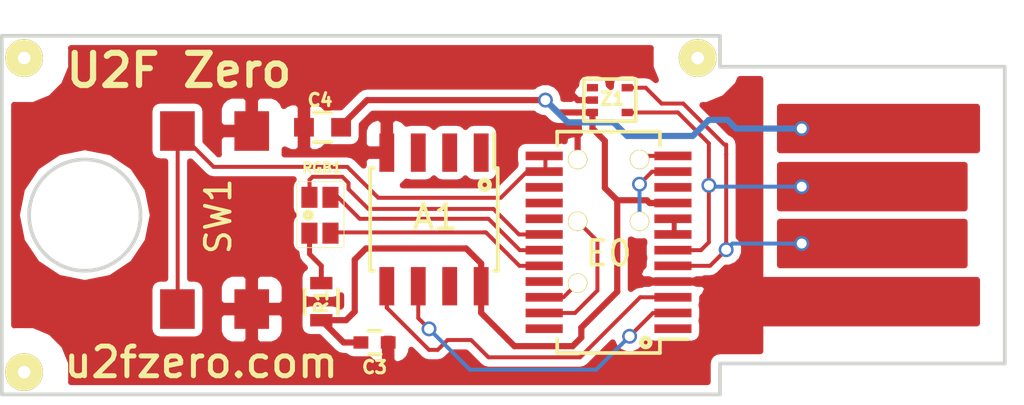
<source format=kicad_pcb>
(kicad_pcb (version 4) (host pcbnew 4.0.2-4+6225~38~ubuntu14.04.1-stable)

  (general
    (links 28)
    (no_connects 0)
    (area 35.070238 27.125 76.550001 44.075)
    (thickness 2)
    (drawings 35)
    (tracks 141)
    (zones 0)
    (modules 16)
    (nets 29)
  )

  (page User 101.6 101.6)
  (layers
    (0 F.Cu signal)
    (31 B.Cu signal)
    (32 B.Adhes user)
    (33 F.Adhes user)
    (34 B.Paste user)
    (35 F.Paste user)
    (36 B.SilkS user)
    (37 F.SilkS user)
    (38 B.Mask user)
    (39 F.Mask user)
    (40 Dwgs.User user)
    (41 Cmts.User user)
    (42 Eco1.User user)
    (43 Eco2.User user)
    (44 Edge.Cuts user)
    (45 Margin user)
    (46 B.CrtYd user)
    (47 F.CrtYd user)
    (48 B.Fab user)
    (49 F.Fab user)
  )

  (setup
    (last_trace_width 0.16)
    (user_trace_width 0.16)
    (user_trace_width 0.2)
    (trace_clearance 0.2)
    (zone_clearance 0.3)
    (zone_45_only no)
    (trace_min 0.15)
    (segment_width 0.2)
    (edge_width 0.15)
    (via_size 0.6)
    (via_drill 0.4)
    (via_min_size 0.4)
    (via_min_drill 0.3)
    (uvia_size 0.3)
    (uvia_drill 0.1)
    (uvias_allowed no)
    (uvia_min_size 0.2)
    (uvia_min_drill 0.1)
    (pcb_text_width 0.3)
    (pcb_text_size 1.5 1.5)
    (mod_edge_width 0.15)
    (mod_text_size 1 1)
    (mod_text_width 0.15)
    (pad_size 1.524 1.524)
    (pad_drill 0.508)
    (pad_to_mask_clearance 0.1)
    (pad_to_paste_clearance -0.003)
    (aux_axis_origin 36.15 42.6)
    (grid_origin 36.15 42.6)
    (visible_elements 7FFEFF3F)
    (pcbplotparams
      (layerselection 0x010f0_80000001)
      (usegerberextensions false)
      (excludeedgelayer true)
      (linewidth 0.100000)
      (plotframeref false)
      (viasonmask false)
      (mode 1)
      (useauxorigin false)
      (hpglpennumber 1)
      (hpglpenspeed 20)
      (hpglpendiameter 15)
      (hpglpenoverlay 2)
      (psnegative false)
      (psa4output false)
      (plotreference true)
      (plotvalue true)
      (plotinvisibletext false)
      (padsonsilk false)
      (subtractmaskfromsilk false)
      (outputformat 1)
      (mirror false)
      (drillshape 0)
      (scaleselection 1)
      (outputdirectory gerbers/))
  )

  (net 0 "")
  (net 1 /+5V)
  (net 2 "Net-(A1-Pad7)")
  (net 3 "Net-(A1-Pad6)")
  (net 4 "Net-(A1-Pad5)")
  (net 5 GND)
  (net 6 "Net-(A1-Pad3)")
  (net 7 "Net-(A1-Pad2)")
  (net 8 "Net-(A1-Pad1)")
  (net 9 /HD+)
  (net 10 /HD-)
  (net 11 "Net-(R1-Pad2)")
  (net 12 "Net-(Z1-Pad1)")
  (net 13 /C2CK)
  (net 14 /C2D)
  (net 15 /RX)
  (net 16 /TX)
  (net 17 "Net-(E0-Pad1)")
  (net 18 "Net-(E0-Pad10)")
  (net 19 "Net-(E0-Pad13)")
  (net 20 "Net-(E0-Pad15)")
  (net 21 "Net-(E0-Pad16)")
  (net 22 "Net-(E0-Pad17)")
  (net 23 "Net-(E0-Pad18)")
  (net 24 "Net-(E0-Pad19)")
  (net 25 "Net-(E0-Pad20)")
  (net 26 "Net-(E0-Pad21)")
  (net 27 "Net-(E0-Pad24)")
  (net 28 "Net-(E0-Pad7)")

  (net_class Default "This is the default net class."
    (clearance 0.2)
    (trace_width 0.25)
    (via_dia 0.6)
    (via_drill 0.4)
    (uvia_dia 0.3)
    (uvia_drill 0.1)
    (add_net /+5V)
    (add_net /C2CK)
    (add_net /C2D)
    (add_net /HD+)
    (add_net /HD-)
    (add_net /RX)
    (add_net /TX)
    (add_net GND)
    (add_net "Net-(A1-Pad1)")
    (add_net "Net-(A1-Pad2)")
    (add_net "Net-(A1-Pad3)")
    (add_net "Net-(A1-Pad5)")
    (add_net "Net-(A1-Pad6)")
    (add_net "Net-(A1-Pad7)")
    (add_net "Net-(E0-Pad1)")
    (add_net "Net-(E0-Pad10)")
    (add_net "Net-(E0-Pad13)")
    (add_net "Net-(E0-Pad15)")
    (add_net "Net-(E0-Pad16)")
    (add_net "Net-(E0-Pad17)")
    (add_net "Net-(E0-Pad18)")
    (add_net "Net-(E0-Pad19)")
    (add_net "Net-(E0-Pad20)")
    (add_net "Net-(E0-Pad21)")
    (add_net "Net-(E0-Pad24)")
    (add_net "Net-(E0-Pad7)")
    (add_net "Net-(R1-Pad2)")
    (add_net "Net-(Z1-Pad1)")
  )

  (net_class small ""
    (clearance 0.2)
    (trace_width 0.15)
    (via_dia 0.6)
    (via_drill 0.4)
    (uvia_dia 0.3)
    (uvia_drill 0.1)
  )

  (module Capacitors_SMD:C_0402 (layer F.Cu) (tedit 5705CECD) (tstamp 5686DC1D)
    (at 50.3 41.4)
    (descr "Capacitor SMD 0402, reflow soldering, AVX (see smccp.pdf)")
    (tags "capacitor 0402")
    (path /56857DEB)
    (attr smd)
    (fp_text reference C3 (at 0 1) (layer F.SilkS)
      (effects (font (size 0.5 0.5) (thickness 0.125)))
    )
    (fp_text value 0.1uF (at 0 1.7) (layer F.Fab)
      (effects (font (size 1 1) (thickness 0.15)))
    )
    (fp_line (start -1.15 -0.6) (end 1.15 -0.6) (layer F.CrtYd) (width 0.05))
    (fp_line (start -1.15 0.6) (end 1.15 0.6) (layer F.CrtYd) (width 0.05))
    (fp_line (start -1.15 -0.6) (end -1.15 0.6) (layer F.CrtYd) (width 0.05))
    (fp_line (start 1.15 -0.6) (end 1.15 0.6) (layer F.CrtYd) (width 0.05))
    (fp_line (start 0.25 -0.475) (end -0.25 -0.475) (layer F.SilkS) (width 0.15))
    (fp_line (start -0.25 0.475) (end 0.25 0.475) (layer F.SilkS) (width 0.15))
    (pad 1 smd rect (at -0.55 0) (size 0.6 0.5) (layers F.Cu F.Paste F.Mask)
      (net 1 /+5V))
    (pad 2 smd rect (at 0.55 0) (size 0.6 0.5) (layers F.Cu F.Paste F.Mask)
      (net 5 GND))
    (model Capacitors_SMD.3dshapes/C_0402.wrl
      (at (xyz 0 0 0))
      (scale (xyz 1 1 1))
      (rotate (xyz 0 0 0))
    )
  )

  (module Capacitors_SMD:C_0603 (layer F.Cu) (tedit 5705CECA) (tstamp 5686DC23)
    (at 48.2 32.7)
    (descr "Capacitor SMD 0603, reflow soldering, AVX (see smccp.pdf)")
    (tags "capacitor 0603")
    (path /56857E44)
    (attr smd)
    (fp_text reference C4 (at -0.1 -1.1) (layer F.SilkS)
      (effects (font (size 0.5 0.5) (thickness 0.125)))
    )
    (fp_text value 4.7uF (at 0 1.9) (layer F.Fab)
      (effects (font (size 1 1) (thickness 0.15)))
    )
    (fp_line (start -1.45 -0.75) (end 1.45 -0.75) (layer F.CrtYd) (width 0.05))
    (fp_line (start -1.45 0.75) (end 1.45 0.75) (layer F.CrtYd) (width 0.05))
    (fp_line (start -1.45 -0.75) (end -1.45 0.75) (layer F.CrtYd) (width 0.05))
    (fp_line (start 1.45 -0.75) (end 1.45 0.75) (layer F.CrtYd) (width 0.05))
    (fp_line (start -0.35 -0.6) (end 0.35 -0.6) (layer F.SilkS) (width 0.15))
    (fp_line (start 0.35 0.6) (end -0.35 0.6) (layer F.SilkS) (width 0.15))
    (pad 1 smd rect (at -0.75 0) (size 0.8 0.75) (layers F.Cu F.Paste F.Mask)
      (net 5 GND))
    (pad 2 smd rect (at 0.75 0) (size 0.8 0.75) (layers F.Cu F.Paste F.Mask)
      (net 1 /+5V))
    (model Capacitors_SMD.3dshapes/C_0603.wrl
      (at (xyz 0 0 0))
      (scale (xyz 1 1 1))
      (rotate (xyz 0 0 0))
    )
  )

  (module Resistors_SMD:R_0603 (layer F.Cu) (tedit 5705BCA1) (tstamp 5686DC42)
    (at 48.15 39.75 90)
    (descr "Resistor SMD 0603, reflow soldering, Vishay (see dcrcw.pdf)")
    (tags "resistor 0603")
    (path /56857B9B)
    (attr smd)
    (fp_text reference R1 (at 0 0 270) (layer F.SilkS)
      (effects (font (size 0.5 0.5) (thickness 0.125)))
    )
    (fp_text value 100 (at 0 1.9 90) (layer F.Fab)
      (effects (font (size 1 1) (thickness 0.15)))
    )
    (fp_line (start -1.3 -0.8) (end 1.3 -0.8) (layer F.CrtYd) (width 0.05))
    (fp_line (start -1.3 0.8) (end 1.3 0.8) (layer F.CrtYd) (width 0.05))
    (fp_line (start -1.3 -0.8) (end -1.3 0.8) (layer F.CrtYd) (width 0.05))
    (fp_line (start 1.3 -0.8) (end 1.3 0.8) (layer F.CrtYd) (width 0.05))
    (fp_line (start 0.5 0.675) (end -0.5 0.675) (layer F.SilkS) (width 0.15))
    (fp_line (start -0.5 -0.675) (end 0.5 -0.675) (layer F.SilkS) (width 0.15))
    (pad 1 smd rect (at -0.75 0 90) (size 0.5 0.9) (layers F.Cu F.Paste F.Mask)
      (net 1 /+5V))
    (pad 2 smd rect (at 0.75 0 90) (size 0.5 0.9) (layers F.Cu F.Paste F.Mask)
      (net 11 "Net-(R1-Pad2)"))
    (model Resistors_SMD.3dshapes/R_0603.wrl
      (at (xyz 0 0 0))
      (scale (xyz 1 1 1))
      (rotate (xyz 0 0 0))
    )
  )

  (module TO_SOT_Packages_SMD:SOT-553 (layer F.Cu) (tedit 5705CEBA) (tstamp 5686DC5B)
    (at 59.8 31.6)
    (descr SOT553)
    (path /56857EAF)
    (attr smd)
    (fp_text reference Z1 (at 0.1 -0.05) (layer F.SilkS)
      (effects (font (size 0.5 0.5) (thickness 0.125)))
    )
    (fp_text value DF5A5.6JE (at 0 1.34874) (layer F.Fab)
      (effects (font (size 1 1) (thickness 0.15)))
    )
    (fp_line (start -1.04902 -0.8509) (end 1.04902 -0.8509) (layer F.SilkS) (width 0.15))
    (fp_line (start 1.04902 -0.8509) (end 1.04902 0.8509) (layer F.SilkS) (width 0.15))
    (fp_line (start 1.04902 0.8509) (end -1.04902 0.8509) (layer F.SilkS) (width 0.15))
    (fp_line (start -1.04902 0.8509) (end -1.04902 -0.8509) (layer F.SilkS) (width 0.15))
    (pad 1 smd rect (at -0.70104 -0.50038) (size 0.44958 0.29972) (layers F.Cu F.Paste F.Mask)
      (net 12 "Net-(Z1-Pad1)"))
    (pad 3 smd rect (at -0.70104 0.50038) (size 0.44958 0.29972) (layers F.Cu F.Paste F.Mask)
      (net 1 /+5V))
    (pad 5 smd rect (at 0.70104 -0.50038) (size 0.44958 0.29972) (layers F.Cu F.Paste F.Mask)
      (net 9 /HD+))
    (pad 2 smd rect (at -0.70104 0) (size 0.44958 0.29972) (layers F.Cu F.Paste F.Mask)
      (net 5 GND))
    (pad 4 smd rect (at 0.70104 0.50038) (size 0.44958 0.29972) (layers F.Cu F.Paste F.Mask)
      (net 10 /HD-))
    (model TO_SOT_Packages_SMD.3dshapes/SOT-553.wrl
      (at (xyz 0 0 0))
      (scale (xyz 0.77 0.65 0.7))
      (rotate (xyz 0 0 90))
    )
  )

  (module Housings_SOIC:SOIC-8_3.9x4.9mm_Pitch1.27mm (layer F.Cu) (tedit 5705BD2C) (tstamp 5705B9E7)
    (at 52.7 36.425 270)
    (descr "8-Lead Plastic Small Outline (SN) - Narrow, 3.90 mm Body [SOIC] (see Microchip Packaging Specification 00000049BS.pdf)")
    (tags "SOIC 1.27")
    (path /56857313)
    (attr smd)
    (fp_text reference A1 (at -0.1 -0.05 360) (layer F.SilkS)
      (effects (font (size 1 1) (thickness 0.15)))
    )
    (fp_text value ATECC508A (at 0 3.5 270) (layer F.Fab)
      (effects (font (size 1 1) (thickness 0.15)))
    )
    (fp_line (start -3.75 -2.75) (end -3.75 2.75) (layer F.CrtYd) (width 0.05))
    (fp_line (start 3.75 -2.75) (end 3.75 2.75) (layer F.CrtYd) (width 0.05))
    (fp_line (start -3.75 -2.75) (end 3.75 -2.75) (layer F.CrtYd) (width 0.05))
    (fp_line (start -3.75 2.75) (end 3.75 2.75) (layer F.CrtYd) (width 0.05))
    (fp_line (start -2.075 -2.575) (end -2.075 -2.43) (layer F.SilkS) (width 0.15))
    (fp_line (start 2.075 -2.575) (end 2.075 -2.43) (layer F.SilkS) (width 0.15))
    (fp_line (start 2.075 2.575) (end 2.075 2.43) (layer F.SilkS) (width 0.15))
    (fp_line (start -2.075 2.575) (end -2.075 2.43) (layer F.SilkS) (width 0.15))
    (fp_line (start -2.075 -2.575) (end 2.075 -2.575) (layer F.SilkS) (width 0.15))
    (fp_line (start -2.075 2.575) (end 2.075 2.575) (layer F.SilkS) (width 0.15))
    (fp_line (start -2.075 -2.43) (end -3.475 -2.43) (layer F.SilkS) (width 0.15))
    (pad 1 smd rect (at -2.7 -1.905 270) (size 1.55 0.6) (layers F.Cu F.Paste F.Mask)
      (net 8 "Net-(A1-Pad1)"))
    (pad 2 smd rect (at -2.7 -0.635 270) (size 1.55 0.6) (layers F.Cu F.Paste F.Mask)
      (net 7 "Net-(A1-Pad2)"))
    (pad 3 smd rect (at -2.7 0.635 270) (size 1.55 0.6) (layers F.Cu F.Paste F.Mask)
      (net 6 "Net-(A1-Pad3)"))
    (pad 4 smd rect (at -2.7 1.905 270) (size 1.55 0.6) (layers F.Cu F.Paste F.Mask)
      (net 5 GND))
    (pad 5 smd rect (at 2.7 1.905 270) (size 1.55 0.6) (layers F.Cu F.Paste F.Mask)
      (net 4 "Net-(A1-Pad5)"))
    (pad 6 smd rect (at 2.7 0.635 270) (size 1.55 0.6) (layers F.Cu F.Paste F.Mask)
      (net 3 "Net-(A1-Pad6)"))
    (pad 7 smd rect (at 2.7 -0.635 270) (size 1.55 0.6) (layers F.Cu F.Paste F.Mask)
      (net 2 "Net-(A1-Pad7)"))
    (pad 8 smd rect (at 2.7 -1.905 270) (size 1.55 0.6) (layers F.Cu F.Paste F.Mask)
      (net 1 /+5V))
    (model Housings_SOIC.3dshapes/SOIC-8_3.9x4.9mm_Pitch1.27mm.wrl
      (at (xyz 0 0 0))
      (scale (xyz 1 1 1))
      (rotate (xyz 0 0 0))
    )
  )

  (module footprints:debug (layer F.Cu) (tedit 5705CE93) (tstamp 5705B9EC)
    (at 61 36.5)
    (path /56A3F8D6)
    (fp_text reference C2CK1 (at 0.63 -1.5) (layer F.SilkS) hide
      (effects (font (size 1 1) (thickness 0.15)))
    )
    (fp_text value debug-pin (at 1.75 1.25) (layer F.Fab)
      (effects (font (size 1 1) (thickness 0.15)))
    )
    (pad 1 thru_hole circle (at 0 0) (size 0.78 0.78) (drill 0.7) (layers *.Cu *.Mask F.SilkS)
      (net 13 /C2CK))
  )

  (module footprints:debug (layer F.Cu) (tedit 5705CE8B) (tstamp 5705B9F1)
    (at 61 34)
    (path /56A3F90D)
    (fp_text reference C2D1 (at 0.7 -5.75) (layer F.SilkS) hide
      (effects (font (size 1 1) (thickness 0.15)))
    )
    (fp_text value debug-pin (at 1.75 1.25) (layer F.Fab)
      (effects (font (size 1 1) (thickness 0.15)))
    )
    (pad 1 thru_hole circle (at 0 0) (size 0.78 0.78) (drill 0.7) (layers *.Cu *.Mask F.SilkS)
      (net 14 /C2D))
  )

  (module footprints:debug (layer F.Cu) (tedit 5705CE9A) (tstamp 5705BA1D)
    (at 58.5 39)
    (path /56A3F89E)
    (fp_text reference RX1 (at 0.63 -1.5) (layer F.SilkS) hide
      (effects (font (size 1 1) (thickness 0.15)))
    )
    (fp_text value debug-pin (at 1.75 1.25) (layer F.Fab)
      (effects (font (size 1 1) (thickness 0.15)))
    )
    (pad 1 thru_hole circle (at 0 0) (size 0.78 0.78) (drill 0.7) (layers *.Cu *.Mask F.SilkS)
      (net 15 /RX))
  )

  (module footprints:debug (layer F.Cu) (tedit 5705CE9E) (tstamp 5705BA22)
    (at 58.5 36.5)
    (path /56A3F7EB)
    (fp_text reference TX1 (at 0.63 -1.5) (layer F.SilkS) hide
      (effects (font (size 1 1) (thickness 0.15)))
    )
    (fp_text value debug-pin (at 1.75 1.25) (layer F.Fab)
      (effects (font (size 1 1) (thickness 0.15)))
    )
    (pad 1 thru_hole circle (at 0 0) (size 0.78 0.78) (drill 0.7) (layers *.Cu *.Mask F.SilkS)
      (net 16 /TX))
  )

  (module footprints:debug (layer F.Cu) (tedit 5705D08F) (tstamp 5705D0B1)
    (at 58.5 34)
    (path /570602D3)
    (fp_text reference GND1 (at 0.63 -1.5) (layer F.SilkS) hide
      (effects (font (size 1 1) (thickness 0.15)))
    )
    (fp_text value debug-pin (at 1.75 1.25) (layer F.Fab)
      (effects (font (size 1 1) (thickness 0.15)))
    )
    (pad 1 thru_hole circle (at 0 0) (size 0.78 0.78) (drill 0.7) (layers *.Cu *.Mask F.SilkS)
      (net 5 GND))
  )

  (module footprints:QSOP-24_3.9x8.7mm_Pitch0.635mm_fat (layer F.Cu) (tedit 571C16FD) (tstamp 571C25E8)
    (at 59.75 37.35 180)
    (descr "SSOP24: plastic shrink small outline package; 24 leads; body width 3.9 mm; lead pitch 0.635; (see NXP SSOP-TSSOP-VSO-REFLOW.pdf and sot556-1_po.pdf)")
    (tags "SSOP 0.635")
    (path /5705BC18)
    (attr smd)
    (fp_text reference E0 (at 0 -0.45 180) (layer F.SilkS)
      (effects (font (size 1 1) (thickness 0.15)))
    )
    (fp_text value EFM8UB1_24pin (at 0 5.4 180) (layer F.Fab)
      (effects (font (size 1 1) (thickness 0.15)))
    )
    (fp_line (start -3.45 -4.65) (end -3.45 4.65) (layer F.CrtYd) (width 0.05))
    (fp_line (start 3.45 -4.65) (end 3.45 4.65) (layer F.CrtYd) (width 0.05))
    (fp_line (start -3.45 -4.65) (end 3.45 -4.65) (layer F.CrtYd) (width 0.05))
    (fp_line (start -3.45 4.65) (end 3.45 4.65) (layer F.CrtYd) (width 0.05))
    (fp_line (start -2.075 -4.475) (end -2.075 -3.9175) (layer F.SilkS) (width 0.15))
    (fp_line (start 2.075 -4.475) (end 2.075 -3.9175) (layer F.SilkS) (width 0.15))
    (fp_line (start 2.075 4.475) (end 2.075 3.9175) (layer F.SilkS) (width 0.15))
    (fp_line (start -2.075 4.475) (end -2.075 3.9175) (layer F.SilkS) (width 0.15))
    (fp_line (start -2.075 -4.475) (end 2.075 -4.475) (layer F.SilkS) (width 0.15))
    (fp_line (start -2.075 4.475) (end 2.075 4.475) (layer F.SilkS) (width 0.15))
    (fp_line (start -2.075 -3.9175) (end -3.2 -3.9175) (layer F.SilkS) (width 0.15))
    (pad 1 smd rect (at -2.6 -3.4925 180) (size 1.5 0.35) (layers F.Cu F.Paste F.Mask)
      (net 17 "Net-(E0-Pad1)"))
    (pad 2 smd rect (at -2.6 -2.8575 180) (size 1.5 0.35) (layers F.Cu F.Paste F.Mask)
      (net 3 "Net-(A1-Pad6)"))
    (pad 3 smd rect (at -2.6 -2.2225 180) (size 1.5 0.35) (layers F.Cu F.Paste F.Mask)
      (net 4 "Net-(A1-Pad5)"))
    (pad 4 smd rect (at -2.6 -1.5875 180) (size 1.5 0.35) (layers F.Cu F.Paste F.Mask)
      (net 5 GND))
    (pad 5 smd rect (at -2.6 -0.9525 180) (size 1.5 0.35) (layers F.Cu F.Paste F.Mask)
      (net 9 /HD+))
    (pad 6 smd rect (at -2.6 -0.3175 180) (size 1.5 0.35) (layers F.Cu F.Paste F.Mask)
      (net 10 /HD-))
    (pad 7 smd rect (at -2.6 0.3175 180) (size 1.5 0.35) (layers F.Cu F.Paste F.Mask)
      (net 28 "Net-(E0-Pad7)"))
    (pad 8 smd rect (at -2.6 0.9525 180) (size 1.5 0.35) (layers F.Cu F.Paste F.Mask)
      (net 28 "Net-(E0-Pad7)"))
    (pad 9 smd rect (at -2.6 1.5875 180) (size 1.5 0.35) (layers F.Cu F.Paste F.Mask)
      (net 1 /+5V))
    (pad 10 smd rect (at -2.6 2.2225 180) (size 1.5 0.35) (layers F.Cu F.Paste F.Mask)
      (net 18 "Net-(E0-Pad10)"))
    (pad 11 smd rect (at -2.6 2.8575 180) (size 1.5 0.35) (layers F.Cu F.Paste F.Mask)
      (net 13 /C2CK))
    (pad 12 smd rect (at -2.6 3.4925 180) (size 1.5 0.35) (layers F.Cu F.Paste F.Mask)
      (net 14 /C2D))
    (pad 13 smd rect (at 2.6 3.4925 180) (size 1.5 0.35) (layers F.Cu F.Paste F.Mask)
      (net 19 "Net-(E0-Pad13)"))
    (pad 14 smd rect (at 2.6 2.8575 180) (size 1.5 0.35) (layers F.Cu F.Paste F.Mask)
      (net 19 "Net-(E0-Pad13)"))
    (pad 15 smd rect (at 2.6 2.2225 180) (size 1.5 0.35) (layers F.Cu F.Paste F.Mask)
      (net 20 "Net-(E0-Pad15)"))
    (pad 16 smd rect (at 2.6 1.5875 180) (size 1.5 0.35) (layers F.Cu F.Paste F.Mask)
      (net 21 "Net-(E0-Pad16)"))
    (pad 17 smd rect (at 2.6 0.9525 180) (size 1.5 0.35) (layers F.Cu F.Paste F.Mask)
      (net 22 "Net-(E0-Pad17)"))
    (pad 18 smd rect (at 2.6 0.3175 180) (size 1.5 0.35) (layers F.Cu F.Paste F.Mask)
      (net 23 "Net-(E0-Pad18)"))
    (pad 19 smd rect (at 2.6 -0.3175 180) (size 1.5 0.35) (layers F.Cu F.Paste F.Mask)
      (net 24 "Net-(E0-Pad19)"))
    (pad 20 smd rect (at 2.6 -0.9525 180) (size 1.5 0.35) (layers F.Cu F.Paste F.Mask)
      (net 25 "Net-(E0-Pad20)"))
    (pad 21 smd rect (at 2.6 -1.5875 180) (size 1.5 0.35) (layers F.Cu F.Paste F.Mask)
      (net 26 "Net-(E0-Pad21)"))
    (pad 22 smd rect (at 2.6 -2.2225 180) (size 1.5 0.35) (layers F.Cu F.Paste F.Mask)
      (net 15 /RX))
    (pad 23 smd rect (at 2.6 -2.8575 180) (size 1.5 0.35) (layers F.Cu F.Paste F.Mask)
      (net 16 /TX))
    (pad 24 smd rect (at 2.6 -3.4925 180) (size 1.5 0.35) (layers F.Cu F.Paste F.Mask)
      (net 27 "Net-(E0-Pad24)"))
    (model Housings_SSOP.3dshapes/SSOP-24_3.9x8.7mm_Pitch0.635mm.wrl
      (at (xyz 0 0 0))
      (scale (xyz 1 1 1))
      (rotate (xyz 0 0 0))
    )
  )

  (module footprints:u2f-button (layer F.Cu) (tedit 571CDF8F) (tstamp 571CE173)
    (at 43.9 36.45 90)
    (path /5685E9F9)
    (attr smd)
    (fp_text reference SW1 (at 0.15 0.09 90) (layer F.SilkS)
      (effects (font (size 1 1) (thickness 0.15)))
    )
    (fp_text value SW_PUSH (at -0.28 3.13 90) (layer F.Fab)
      (effects (font (size 1 1) (thickness 0.15)))
    )
    (pad 1 smd rect (at -3.6 -1.56 90) (size 1.6 1.4) (layers F.Cu F.Paste F.Mask)
      (net 19 "Net-(E0-Pad13)"))
    (pad 1 smd rect (at 3.6 -1.56 90) (size 1.6 1.4) (layers F.Cu F.Paste F.Mask)
      (net 19 "Net-(E0-Pad13)"))
    (pad 2 smd rect (at 3.6 1.44 90) (size 1.6 1.4) (layers F.Cu F.Paste F.Mask)
      (net 5 GND))
    (pad 2 smd rect (at -3.6 1.44 90) (size 1.6 1.4) (layers F.Cu F.Paste F.Mask)
      (net 5 GND))
  )

  (module footprints:LED-0606 (layer F.Cu) (tedit 5686CF1E) (tstamp 571CE288)
    (at 48.1 36.25)
    (path /5686DEFD)
    (attr smd)
    (fp_text reference RGB1 (at 0.07546 -1.90872) (layer F.SilkS)
      (effects (font (size 0.4 0.4) (thickness 0.1)))
    )
    (fp_text value CA_RGB (at 0.0145 1.70824) (layer F.Fab) hide
      (effects (font (size 0.4 0.4) (thickness 0.1)))
    )
    (fp_line (start -0.938 -1.355) (end 0.967 -1.355) (layer F.SilkS) (width 0.03))
    (fp_line (start 0.967 -1.355) (end 0.967 1.312) (layer F.SilkS) (width 0.03))
    (fp_line (start 0.967 1.312) (end -0.938 1.312) (layer F.SilkS) (width 0.03))
    (fp_line (start -0.938 1.312) (end -0.938 -1.355) (layer F.SilkS) (width 0.03))
    (pad 1 smd rect (at -0.43 -0.72) (size 0.65 0.85) (layers F.Cu F.Paste F.Mask)
      (net 23 "Net-(E0-Pad18)"))
    (pad 2 smd rect (at 0.42 -0.72) (size 0.65 0.85) (layers F.Cu F.Paste F.Mask)
      (net 24 "Net-(E0-Pad19)"))
    (pad 3 smd rect (at 0.42 0.73) (size 0.65 0.85) (layers F.Cu F.Paste F.Mask)
      (net 25 "Net-(E0-Pad20)"))
    (pad 4 smd rect (at -0.43 0.73) (size 0.65 0.85) (layers F.Cu F.Paste F.Mask)
      (net 11 "Net-(R1-Pad2)"))
  )

  (module footprints:u2f-fiducial (layer F.Cu) (tedit 571CE320) (tstamp 571CE3A7)
    (at 36.15 42.6)
    (path /571C39BB)
    (fp_text reference F1 (at 0.1 -1.4) (layer F.SilkS) hide
      (effects (font (size 1 1) (thickness 0.15)))
    )
    (fp_text value u2f-fiducial (at 5.3848 -1.4986) (layer F.Fab)
      (effects (font (size 1 1) (thickness 0.15)))
    )
    (pad 1 thru_hole circle (at 0 0) (size 1.524 1.524) (drill 0.508) (layers *.Cu *.Mask F.SilkS)
      (solder_mask_margin 1.016) (clearance 1.016))
  )

  (module footprints:u2f-fiducial (layer F.Cu) (tedit 571CE320) (tstamp 571CE3AC)
    (at 36.15 29.9)
    (path /571C3A1E)
    (fp_text reference F2 (at 0.1 -1.4) (layer F.SilkS) hide
      (effects (font (size 1 1) (thickness 0.15)))
    )
    (fp_text value u2f-fiducial (at 5.3848 -1.4986) (layer F.Fab)
      (effects (font (size 1 1) (thickness 0.15)))
    )
    (pad 1 thru_hole circle (at 0 0) (size 1.524 1.524) (drill 0.508) (layers *.Cu *.Mask F.SilkS)
      (solder_mask_margin 1.016) (clearance 1.016))
  )

  (module footprints:u2f-fiducial (layer F.Cu) (tedit 571CE320) (tstamp 571CE3B1)
    (at 63.35 29.9)
    (path /571C3A85)
    (fp_text reference F3 (at 0.1 -1.4) (layer F.SilkS) hide
      (effects (font (size 1 1) (thickness 0.15)))
    )
    (fp_text value u2f-fiducial (at 5.3848 -1.4986) (layer F.Fab)
      (effects (font (size 1 1) (thickness 0.15)))
    )
    (pad 1 thru_hole circle (at 0 0) (size 1.524 1.524) (drill 0.508) (layers *.Cu *.Mask F.SilkS)
      (solder_mask_margin 1.016) (clearance 1.016))
  )

  (gr_circle (center 61.25 41.4) (end 61.375 41.275) (layer F.SilkS) (width 0.2))
  (gr_circle (center 54.75 35.025) (end 54.675 35.075) (layer F.SilkS) (width 0.2))
  (gr_circle (center 47.625 36.25) (end 47.625 36.225) (layer F.SilkS) (width 0.2))
  (gr_line (start 75.75 42.25) (end 64.25 42.25) (angle 90) (layer Edge.Cuts) (width 0.15))
  (gr_line (start 75.75 30.25) (end 64.25 30.25) (angle 90) (layer Edge.Cuts) (width 0.15))
  (gr_line (start 64.25 43.5) (end 64.25 42.25) (angle 90) (layer Edge.Cuts) (width 0.15))
  (gr_line (start 35.25 43.5) (end 64.25 43.5) (angle 90) (layer Edge.Cuts) (width 0.15))
  (gr_line (start 35.25 29) (end 35.25 43.5) (angle 90) (layer Edge.Cuts) (width 0.15))
  (gr_line (start 64.25 29) (end 35.25 29) (angle 90) (layer Edge.Cuts) (width 0.15))
  (gr_line (start 64.25 30.25) (end 64.25 29) (angle 90) (layer Edge.Cuts) (width 0.15))
  (gr_line (start 66.1 30.05) (end 66.1 42.45) (angle 90) (layer Cmts.User) (width 0.2))
  (gr_text u2fzero.com (at 43.3 42.2) (layer F.SilkS)
    (effects (font (size 1.2 1.2) (thickness 0.2)))
  )
  (gr_text "U2F Zero" (at 42.4 30.4) (layer F.SilkS)
    (effects (font (size 1.3 1.3) (thickness 0.25)))
  )
  (gr_circle (center 38.6 36.25) (end 40.85 36.25) (layer Edge.Cuts) (width 0.15))
  (gr_line (start 75.75 42.25) (end 75.75 30.25) (angle 90) (layer Edge.Cuts) (width 0.15))
  (gr_text "GND\n" (at 64.45 40.05) (layer Cmts.User)
    (effects (font (size 0.5 0.5) (thickness 0.125)))
  )
  (gr_text D+ (at 64.5 37.6) (layer Cmts.User)
    (effects (font (size 0.5 0.5) (thickness 0.125)))
  )
  (gr_text D- (at 64.35 35.35) (layer Cmts.User)
    (effects (font (size 0.5 0.5) (thickness 0.125)))
  )
  (gr_text +5v (at 64.3 33) (layer Cmts.User)
    (effects (font (size 0.5 0.5) (thickness 0.125)))
  )
  (gr_line (start 74.25 33.75) (end 74.75 33.75) (angle 90) (layer Cmts.User) (width 0.2))
  (gr_line (start 74.3 38.75) (end 66.55 38.75) (angle 90) (layer Cmts.User) (width 0.2))
  (gr_line (start 66.55 38.4) (end 74.25 38.4) (angle 90) (layer Cmts.User) (width 0.2))
  (gr_line (start 74.25 36.4) (end 66.55 36.4) (angle 90) (layer Cmts.User) (width 0.2))
  (gr_line (start 66.55 36.1) (end 74.25 36.1) (angle 90) (layer Cmts.User) (width 0.2))
  (gr_line (start 74.25 34.1) (end 66.55 34.1) (angle 90) (layer Cmts.User) (width 0.2))
  (gr_line (start 74.25 33.75) (end 66.55 33.75) (angle 90) (layer Cmts.User) (width 0.2))
  (gr_line (start 74.25 30) (end 74.25 42.5) (angle 90) (layer Cmts.User) (width 0.2))
  (gr_line (start 74.75 40.75) (end 66.55 40.75) (angle 90) (layer Cmts.User) (width 0.2))
  (gr_line (start 74.75 31.75) (end 66.55 31.75) (angle 90) (layer Cmts.User) (width 0.2))
  (gr_line (start 66.55 30) (end 66.55 42.45) (angle 90) (layer Cmts.User) (width 0.2))
  (gr_line (start 74.75 42.5) (end 74.75 30) (angle 90) (layer Cmts.User) (width 0.2))
  (gr_line (start 74.75 40.75) (end 76.05 40.75) (angle 90) (layer Cmts.User) (width 0.2))
  (gr_line (start 74.75 42.45) (end 74.75 40.7) (angle 90) (layer Cmts.User) (width 0.2))
  (gr_line (start 74.75 31.75) (end 76.45 31.75) (angle 90) (layer Cmts.User) (width 0.2))
  (gr_line (start 74.75 30) (end 74.75 31.7) (angle 90) (layer Cmts.User) (width 0.2))

  (segment (start 65.325 32.75) (end 64.9 32.75) (width 0.25) (layer B.Cu) (net 1))
  (via (at 57.2 31.6) (size 0.6) (drill 0.4) (layers F.Cu B.Cu) (net 1))
  (segment (start 58.1 32.5) (end 57.2 31.6) (width 0.25) (layer B.Cu) (net 1) (tstamp 571CEA35))
  (segment (start 59.95 32.5) (end 58.1 32.5) (width 0.25) (layer B.Cu) (net 1) (tstamp 571CEA34))
  (segment (start 60.5 33.05) (end 59.95 32.5) (width 0.25) (layer B.Cu) (net 1) (tstamp 571CEA1B))
  (segment (start 63.15 33.05) (end 60.5 33.05) (width 0.25) (layer B.Cu) (net 1) (tstamp 571CEA16))
  (segment (start 63.8 32.4) (end 63.15 33.05) (width 0.25) (layer B.Cu) (net 1) (tstamp 571CEA13))
  (segment (start 64.55 32.4) (end 63.8 32.4) (width 0.25) (layer B.Cu) (net 1) (tstamp 571CEA11))
  (segment (start 64.9 32.75) (end 64.55 32.4) (width 0.25) (layer B.Cu) (net 1) (tstamp 571CEA07))
  (segment (start 49.75 41.4) (end 49.05 41.4) (width 0.25) (layer F.Cu) (net 1))
  (segment (start 49.05 41.4) (end 48.15 40.5) (width 0.25) (layer F.Cu) (net 1) (tstamp 571C271E) (status 20))
  (segment (start 48.95 32.7) (end 48.95 32.65) (width 0.25) (layer F.Cu) (net 1))
  (segment (start 48.95 32.65) (end 50 31.6) (width 0.25) (layer F.Cu) (net 1) (tstamp 571C2719))
  (segment (start 50 31.6) (end 57.2 31.6) (width 0.25) (layer F.Cu) (net 1) (tstamp 571C271A))
  (segment (start 48.15 40.5) (end 49.15 40.5) (width 0.25) (layer F.Cu) (net 1) (status 10))
  (segment (start 54.605 38.205) (end 54.605 39.125) (width 0.25) (layer F.Cu) (net 1) (tstamp 571C2661))
  (segment (start 54 37.6) (end 54.605 38.205) (width 0.25) (layer F.Cu) (net 1) (tstamp 571C2660))
  (segment (start 49.95 37.6) (end 54 37.6) (width 0.25) (layer F.Cu) (net 1) (tstamp 571C265F))
  (segment (start 49.5 38.05) (end 49.95 37.6) (width 0.25) (layer F.Cu) (net 1) (tstamp 571C265E))
  (segment (start 49.5 40.15) (end 49.5 38.05) (width 0.25) (layer F.Cu) (net 1) (tstamp 571C265D))
  (segment (start 49.15 40.5) (end 49.5 40.15) (width 0.25) (layer F.Cu) (net 1) (tstamp 571C265C))
  (segment (start 58.65 40.8) (end 58.65 41.2) (width 0.25) (layer F.Cu) (net 1))
  (segment (start 60.1 39.35) (end 58.65 40.8) (width 0.25) (layer F.Cu) (net 1) (tstamp 5705D79E))
  (segment (start 58 41.55) (end 55.95 41.55) (width 0.25) (layer F.Cu) (net 1) (tstamp 5705D7AB))
  (segment (start 55.95 41.55) (end 54.605 40.205) (width 0.25) (layer F.Cu) (net 1) (tstamp 5705D7AD))
  (segment (start 54.605 39.125) (end 54.605 40.205) (width 0.25) (layer F.Cu) (net 1) (tstamp 5705D7AF))
  (segment (start 60.1 39.35) (end 60.1 35.65) (width 0.25) (layer F.Cu) (net 1))
  (segment (start 58.3 41.55) (end 58 41.55) (width 0.25) (layer F.Cu) (net 1) (tstamp 5705D7CB))
  (segment (start 58.65 41.2) (end 58.3 41.55) (width 0.25) (layer F.Cu) (net 1) (tstamp 5705D7C7))
  (segment (start 62.4 35.7625) (end 61.4125 35.7625) (width 0.25) (layer F.Cu) (net 1))
  (segment (start 59.6 35.15) (end 59.6 33.25) (width 0.25) (layer F.Cu) (net 1) (tstamp 5705D148))
  (segment (start 59.6 33.25) (end 59.09896 32.74896) (width 0.25) (layer F.Cu) (net 1) (tstamp 5705D149))
  (segment (start 59.09896 32.74896) (end 59.09896 32.10038) (width 0.25) (layer F.Cu) (net 1) (tstamp 5705D14A))
  (segment (start 60.1 35.65) (end 59.6 35.15) (width 0.25) (layer F.Cu) (net 1) (tstamp 5705D67D))
  (segment (start 61.3 35.65) (end 60.1 35.65) (width 0.25) (layer F.Cu) (net 1) (tstamp 5705D678))
  (segment (start 61.4125 35.7625) (end 61.3 35.65) (width 0.25) (layer F.Cu) (net 1) (tstamp 5705D676))
  (segment (start 59.09896 32.10038) (end 58.45 32.10038) (width 0.25) (layer F.Cu) (net 1))
  (segment (start 58.45 32.10038) (end 57.70038 32.10038) (width 0.25) (layer F.Cu) (net 1) (tstamp 5705CDD2))
  (segment (start 57.70038 32.10038) (end 57.2 31.6) (width 0.25) (layer F.Cu) (net 1) (tstamp 5705CD8A))
  (segment (start 67.55 32.75) (end 65.325 32.75) (width 0.25) (layer B.Cu) (net 1) (tstamp 5705CD75))
  (segment (start 65.325 32.75) (end 65.3 32.75) (width 0.25) (layer B.Cu) (net 1) (tstamp 571CEA05))
  (via (at 67.55 32.75) (size 0.6) (drill 0.4) (layers F.Cu B.Cu) (net 1))
  (segment (start 62.35 40.2075) (end 61.5425 40.2075) (width 0.16) (layer F.Cu) (net 3))
  (segment (start 52.065 40.415) (end 52.065 39.125) (width 0.16) (layer F.Cu) (net 3) (tstamp 571C26A4))
  (segment (start 52.5 40.85) (end 52.065 40.415) (width 0.16) (layer F.Cu) (net 3) (tstamp 571C26A3))
  (via (at 52.5 40.85) (size 0.6) (drill 0.4) (layers F.Cu B.Cu) (net 3))
  (segment (start 54.15 42.5) (end 52.5 40.85) (width 0.16) (layer B.Cu) (net 3) (tstamp 571C26A0))
  (segment (start 59.25 42.5) (end 54.15 42.5) (width 0.16) (layer B.Cu) (net 3) (tstamp 571C269E))
  (segment (start 60.6 41.15) (end 59.25 42.5) (width 0.16) (layer B.Cu) (net 3) (tstamp 571C269D))
  (via (at 60.6 41.15) (size 0.6) (drill 0.4) (layers F.Cu B.Cu) (net 3))
  (segment (start 61.5425 40.2075) (end 60.6 41.15) (width 0.16) (layer F.Cu) (net 3) (tstamp 571C269A))
  (segment (start 58.6 42) (end 54.9 42) (width 0.16) (layer F.Cu) (net 4))
  (segment (start 61.0275 39.5725) (end 58.6 42) (width 0.16) (layer F.Cu) (net 4) (tstamp 571C2689))
  (segment (start 62.35 39.5725) (end 61.0275 39.5725) (width 0.16) (layer F.Cu) (net 4))
  (segment (start 52.5 41.7) (end 50.795 39.995) (width 0.16) (layer F.Cu) (net 4) (tstamp 57463595))
  (segment (start 52.85 41.7) (end 52.5 41.7) (width 0.16) (layer F.Cu) (net 4) (tstamp 57463592))
  (segment (start 53.25 41.3) (end 52.85 41.7) (width 0.16) (layer F.Cu) (net 4) (tstamp 57463591))
  (segment (start 54.2 41.3) (end 53.25 41.3) (width 0.16) (layer F.Cu) (net 4) (tstamp 5746358E))
  (segment (start 54.9 42) (end 54.2 41.3) (width 0.16) (layer F.Cu) (net 4) (tstamp 5746358B))
  (segment (start 50.795 39.995) (end 50.795 39.125) (width 0.16) (layer F.Cu) (net 4) (tstamp 57463599))
  (segment (start 50.795 39.125) (end 50.795 39.995) (width 0.16) (layer F.Cu) (net 4) (tstamp 571C2708))
  (segment (start 58.5 34) (end 58.5 32.9) (width 0.25) (layer F.Cu) (net 5))
  (segment (start 58.5 32.9) (end 58.4 32.8) (width 0.25) (layer F.Cu) (net 5) (tstamp 571C2725))
  (segment (start 62.4 38.9375) (end 65.0375 38.9375) (width 0.2) (layer F.Cu) (net 5))
  (segment (start 65.85 39.75) (end 67.35 39.75) (width 0.2) (layer F.Cu) (net 5) (tstamp 5705C996))
  (segment (start 65.0375 38.9375) (end 65.85 39.75) (width 0.2) (layer F.Cu) (net 5) (tstamp 5705C988))
  (segment (start 58.5 32.9) (end 58.4 32.8) (width 0.25) (layer F.Cu) (net 5) (tstamp 5705D833))
  (segment (start 59.09896 31.6) (end 58.5 31.6) (width 0.25) (layer F.Cu) (net 5))
  (segment (start 58.5 31.6) (end 58.2 31.3) (width 0.25) (layer F.Cu) (net 5) (tstamp 5705D20A))
  (segment (start 64.5 33.4) (end 64.425 33.4) (width 0.16) (layer F.Cu) (net 9))
  (segment (start 64.5 33.8) (end 64.5 33.4) (width 0.16) (layer F.Cu) (net 9))
  (segment (start 61.24962 31.09962) (end 60.50104 31.09962) (width 0.16) (layer F.Cu) (net 9) (tstamp 571CE9A3))
  (segment (start 61.890378 31.740378) (end 61.24962 31.09962) (width 0.16) (layer F.Cu) (net 9) (tstamp 571CE9A2))
  (segment (start 62.765378 31.740378) (end 61.890378 31.740378) (width 0.16) (layer F.Cu) (net 9) (tstamp 571CE99D))
  (segment (start 64.425 33.4) (end 62.765378 31.740378) (width 0.16) (layer F.Cu) (net 9) (tstamp 571CE997))
  (via (at 64.5 37.65) (size 0.6) (drill 0.4) (layers F.Cu B.Cu) (net 9))
  (via (at 67.55 37.4) (size 0.6) (drill 0.4) (layers F.Cu B.Cu) (net 9))
  (segment (start 67.55 37.4) (end 64.75 37.4) (width 0.16) (layer B.Cu) (net 9) (tstamp 5705CC52))
  (segment (start 64.75 37.4) (end 64.5 37.65) (width 0.16) (layer B.Cu) (net 9) (tstamp 5705CC51))
  (segment (start 62.4 38.3025) (end 63.8475 38.3025) (width 0.16) (layer F.Cu) (net 9))
  (segment (start 64.5 37.65) (end 64.5 37.35) (width 0.16) (layer F.Cu) (net 9) (tstamp 5705C881))
  (segment (start 64.5 37.35) (end 64.5 33.8) (width 0.16) (layer F.Cu) (net 9) (tstamp 5705C8E6))
  (segment (start 64.5 33.8) (end 64.5 33.79858) (width 0.16) (layer F.Cu) (net 9) (tstamp 5705CC2A))
  (segment (start 63.8475 38.3025) (end 64.5 37.65) (width 0.16) (layer F.Cu) (net 9) (tstamp 5705C880))
  (segment (start 62.55038 32.10038) (end 60.50104 32.10038) (width 0.16) (layer F.Cu) (net 10) (tstamp 5705CC26))
  (segment (start 63.8 33.35) (end 62.55038 32.10038) (width 0.16) (layer F.Cu) (net 10) (tstamp 5705CC23))
  (segment (start 63.8 33.65) (end 63.8 33.35) (width 0.16) (layer F.Cu) (net 10))
  (segment (start 63.8 35.05) (end 63.8 33.65) (width 0.16) (layer F.Cu) (net 10))
  (segment (start 62.4 37.6675) (end 63.4825 37.6675) (width 0.16) (layer F.Cu) (net 10))
  (via (at 67.55 35.1) (size 0.6) (drill 0.4) (layers F.Cu B.Cu) (net 10))
  (segment (start 63.85 35.1) (end 67.55 35.1) (width 0.16) (layer B.Cu) (net 10) (tstamp 5705C898))
  (segment (start 63.8 35.05) (end 63.85 35.1) (width 0.16) (layer B.Cu) (net 10) (tstamp 5705C897))
  (via (at 63.8 35.05) (size 0.6) (drill 0.4) (layers F.Cu B.Cu) (net 10))
  (segment (start 63.8 37.35) (end 63.8 35.05) (width 0.16) (layer F.Cu) (net 10) (tstamp 5705C88C))
  (segment (start 63.4825 37.6675) (end 63.8 37.35) (width 0.16) (layer F.Cu) (net 10) (tstamp 5705C888))
  (segment (start 48.15 39) (end 48.15 38.3) (width 0.2) (layer F.Cu) (net 11) (status 10))
  (segment (start 47.675 37.825) (end 47.675 36.95) (width 0.2) (layer F.Cu) (net 11) (tstamp 571C264F) (status 20))
  (segment (start 48.15 38.3) (end 47.675 37.825) (width 0.2) (layer F.Cu) (net 11) (tstamp 571C264E))
  (segment (start 61 36.5) (end 61 35) (width 0.16) (layer B.Cu) (net 13))
  (segment (start 61.5075 34.4925) (end 62.4 34.4925) (width 0.16) (layer F.Cu) (net 13) (tstamp 5705D662))
  (segment (start 61 35) (end 61.5075 34.4925) (width 0.16) (layer F.Cu) (net 13) (tstamp 5705D661))
  (via (at 61 35) (size 0.6) (drill 0.4) (layers F.Cu B.Cu) (net 13))
  (segment (start 62.4 33.8575) (end 61.1425 33.8575) (width 0.16) (layer F.Cu) (net 14))
  (segment (start 61.1425 33.8575) (end 61 34) (width 0.16) (layer F.Cu) (net 14) (tstamp 5705D652))
  (segment (start 57.2 39.5725) (end 57.9275 39.5725) (width 0.16) (layer F.Cu) (net 15))
  (segment (start 57.9275 39.5725) (end 58.5 39) (width 0.16) (layer F.Cu) (net 15) (tstamp 5705D6DE))
  (segment (start 57.2 40.2075) (end 58.3925 40.2075) (width 0.16) (layer F.Cu) (net 16))
  (segment (start 59.3 37.3) (end 58.5 36.5) (width 0.16) (layer F.Cu) (net 16) (tstamp 5705D706))
  (segment (start 59.3 39.3) (end 59.3 37.3) (width 0.16) (layer F.Cu) (net 16) (tstamp 5705D704))
  (segment (start 58.3925 40.2075) (end 59.3 39.3) (width 0.16) (layer F.Cu) (net 16) (tstamp 5705D702))
  (segment (start 57.2 40.2075) (end 57.7925 40.2075) (width 0.16) (layer F.Cu) (net 16))
  (segment (start 42.35 40.05) (end 42.35 32.85) (width 0.16) (layer F.Cu) (net 19) (status 30))
  (segment (start 55.4 35.55) (end 50.45 35.55) (width 0.16) (layer F.Cu) (net 19))
  (segment (start 50.45 35.55) (end 49.2 34.3) (width 0.16) (layer F.Cu) (net 19) (tstamp 571C26DF))
  (segment (start 49.2 34.3) (end 43.8 34.3) (width 0.16) (layer F.Cu) (net 19) (tstamp 571C26E1))
  (segment (start 43.8 34.3) (end 42.35 32.85) (width 0.16) (layer F.Cu) (net 19) (tstamp 571C26E3) (status 20))
  (segment (start 56.4575 34.4925) (end 55.4 35.55) (width 0.16) (layer F.Cu) (net 19) (tstamp 5705C786))
  (segment (start 57.2 34.4925) (end 56.4575 34.4925) (width 0.16) (layer F.Cu) (net 19))
  (segment (start 57.2 33.8575) (end 57.2 34.4925) (width 0.16) (layer F.Cu) (net 19))
  (segment (start 55.1 36) (end 50.05 36) (width 0.16) (layer F.Cu) (net 23))
  (segment (start 55.1 36) (end 56.1325 37.0325) (width 0.16) (layer F.Cu) (net 23) (tstamp 5705C27C))
  (segment (start 57.2 37.0325) (end 56.1325 37.0325) (width 0.16) (layer F.Cu) (net 23) (tstamp 5705C27D))
  (segment (start 47.675 34.825) (end 47.675 35.5) (width 0.16) (layer F.Cu) (net 23) (tstamp 5705C77F) (status 20))
  (segment (start 47.8 34.7) (end 47.675 34.825) (width 0.16) (layer F.Cu) (net 23) (tstamp 5705C77E))
  (segment (start 49 34.7) (end 47.8 34.7) (width 0.16) (layer F.Cu) (net 23) (tstamp 5705C77C))
  (segment (start 49.25 34.95) (end 49 34.7) (width 0.16) (layer F.Cu) (net 23) (tstamp 5705C77B))
  (segment (start 49.25 35.2) (end 49.25 34.95) (width 0.16) (layer F.Cu) (net 23) (tstamp 5705C77A))
  (segment (start 50.05 36) (end 49.25 35.2) (width 0.16) (layer F.Cu) (net 23) (tstamp 5705C774))
  (segment (start 54.85 36.4) (end 49.7 36.4) (width 0.16) (layer F.Cu) (net 24))
  (segment (start 49.7 36.4) (end 48.8 35.5) (width 0.16) (layer F.Cu) (net 24) (tstamp 5705C76F) (status 20))
  (segment (start 48.8 35.5) (end 48.525 35.5) (width 0.16) (layer F.Cu) (net 24) (tstamp 5705C771) (status 30))
  (segment (start 54.85 36.4) (end 54.9 36.4) (width 0.16) (layer F.Cu) (net 24))
  (segment (start 54.85 36.4) (end 54.8 36.4) (width 0.16) (layer F.Cu) (net 24) (tstamp 5705C16B))
  (segment (start 56.1675 37.6675) (end 57.2 37.6675) (width 0.16) (layer F.Cu) (net 24) (tstamp 5705C282))
  (segment (start 54.9 36.4) (end 56.1675 37.6675) (width 0.16) (layer F.Cu) (net 24) (tstamp 5705C281))
  (segment (start 54.75 36.95) (end 54.8 36.95) (width 0.16) (layer F.Cu) (net 25))
  (segment (start 48.525 36.95) (end 54.7 36.95) (width 0.16) (layer F.Cu) (net 25) (tstamp 5705C276) (status 10))
  (segment (start 54.75 36.95) (end 54.7 36.95) (width 0.16) (layer F.Cu) (net 25) (tstamp 5705C174))
  (segment (start 56.1525 38.3025) (end 57.2 38.3025) (width 0.16) (layer F.Cu) (net 25) (tstamp 5705C287))
  (segment (start 54.8 36.95) (end 56.1525 38.3025) (width 0.16) (layer F.Cu) (net 25) (tstamp 5705C286))
  (segment (start 62.4 36.3975) (end 62.4 37.0325) (width 0.2) (layer F.Cu) (net 28) (status 30))

  (zone (net 1) (net_name /+5V) (layer F.Cu) (tstamp 568751E6) (hatch edge 0.508)
    (connect_pads (clearance 0.3))
    (min_thickness 0.254)
    (fill yes (arc_segments 16) (thermal_gap 0.508) (thermal_bridge_width 0.508))
    (polygon
      (pts
        (xy 74.75 33.75) (xy 66.55 33.75) (xy 66.55 31.75) (xy 74.75 31.75) (xy 74.75 33.75)
      )
    )
    (filled_polygon
      (pts
        (xy 74.623 33.623) (xy 66.677 33.623) (xy 66.677 31.877) (xy 74.623 31.877)
      )
    )
  )
  (zone (net 9) (net_name /HD+) (layer F.Cu) (tstamp 5687527E) (hatch edge 0.508)
    (connect_pads (clearance 0.3))
    (min_thickness 0.254)
    (fill yes (arc_segments 16) (thermal_gap 0.508) (thermal_bridge_width 0.508))
    (polygon
      (pts
        (xy 74.25 38.4) (xy 66.55 38.4) (xy 66.55 36.4) (xy 74.25 36.4) (xy 74.25 38.4)
      )
    )
    (filled_polygon
      (pts
        (xy 74.123 38.273) (xy 66.677 38.273) (xy 66.677 36.527) (xy 74.123 36.527)
      )
    )
  )
  (zone (net 0) (net_name "") (layer F.Mask) (tstamp 56884D72) (hatch edge 0.508)
    (connect_pads (clearance 0.3))
    (min_thickness 0.254)
    (fill yes (arc_segments 16) (thermal_gap 0.508) (thermal_bridge_width 0.508))
    (polygon
      (pts
        (xy 66.55 31.75) (xy 74.75 31.75) (xy 74.75 33.75) (xy 66.55 33.75)
      )
    )
    (filled_polygon
      (pts
        (xy 74.623 33.623) (xy 66.677 33.623) (xy 66.677 31.877) (xy 74.623 31.877)
      )
    )
  )
  (zone (net 0) (net_name "") (layer F.Mask) (tstamp 56884DB6) (hatch edge 0.508)
    (connect_pads (clearance 0.3))
    (min_thickness 0.254)
    (fill yes (arc_segments 16) (thermal_gap 0.508) (thermal_bridge_width 0.508))
    (polygon
      (pts
        (xy 74.25 38.4) (xy 74.25 36.4) (xy 66.55 36.4) (xy 66.55 38.4)
      )
    )
    (filled_polygon
      (pts
        (xy 74.123 38.273) (xy 66.677 38.273) (xy 66.677 36.527) (xy 74.123 36.527)
      )
    )
  )
  (zone (net 0) (net_name "") (layer F.Mask) (tstamp 56884D8C) (hatch edge 0.508)
    (connect_pads (clearance 0.3))
    (min_thickness 0.254)
    (fill yes (arc_segments 16) (thermal_gap 0.508) (thermal_bridge_width 0.508))
    (polygon
      (pts
        (xy 74.25 36.1) (xy 66.55 36.1) (xy 66.55 34.1) (xy 74.25 34.1) (xy 74.25 36.1)
      )
    )
    (filled_polygon
      (pts
        (xy 74.123 35.973) (xy 66.677 35.973) (xy 66.677 34.227) (xy 74.123 34.227)
      )
    )
  )
  (zone (net 10) (net_name /HD-) (layer F.Cu) (tstamp 56875235) (hatch edge 0.508)
    (connect_pads (clearance 0.3))
    (min_thickness 0.254)
    (fill yes (arc_segments 16) (thermal_gap 0.508) (thermal_bridge_width 0.508))
    (polygon
      (pts
        (xy 74.25 36.1) (xy 66.55 36.1) (xy 66.55 34.1) (xy 74.25 34.1) (xy 74.25 36.1)
      )
    )
    (filled_polygon
      (pts
        (xy 74.123 35.973) (xy 66.677 35.973) (xy 66.677 34.227) (xy 74.123 34.227)
      )
    )
  )
  (zone (net 0) (net_name "") (layer F.Mask) (tstamp 56EDB053) (hatch edge 0.508)
    (connect_pads (clearance 0.3))
    (min_thickness 0.254)
    (fill yes (arc_segments 16) (thermal_gap 0.508) (thermal_bridge_width 0.508))
    (polygon
      (pts
        (xy 66.55 38.75) (xy 66.55 40.75) (xy 74.75 40.75) (xy 74.75 38.75)
      )
    )
    (filled_polygon
      (pts
        (xy 74.623 40.623) (xy 66.677 40.623) (xy 66.677 38.877) (xy 74.623 38.877)
      )
    )
  )
  (zone (net 5) (net_name GND) (layer F.Cu) (tstamp 5705C9E9) (hatch edge 0.508)
    (connect_pads (clearance 0.3))
    (min_thickness 0.254)
    (fill yes (arc_segments 16) (thermal_gap 0.508) (thermal_bridge_width 0.508))
    (polygon
      (pts
        (xy 64.15 30.35) (xy 66 30.35) (xy 66 38.75) (xy 74.75 38.75) (xy 74.75 40.75)
        (xy 66 40.75) (xy 66 42.15) (xy 64.15 42.15) (xy 64.15 43.4) (xy 35.35 43.4)
        (xy 35.35 29.1) (xy 64.15 29.1) (xy 64.15 30.35)
      )
    )
    (filled_polygon
      (pts
        (xy 61.445332 29.51941) (xy 61.44467 30.277265) (xy 61.656191 30.789185) (xy 61.608123 30.741117) (xy 61.567222 30.713788)
        (xy 61.443641 30.631213) (xy 61.24962 30.59262) (xy 60.959496 30.59262) (xy 60.895211 30.548696) (xy 60.72583 30.514395)
        (xy 60.27625 30.514395) (xy 60.118013 30.544169) (xy 59.972683 30.637687) (xy 59.875186 30.780379) (xy 59.840885 30.94976)
        (xy 59.840885 31.069249) (xy 59.759115 30.98748) (xy 59.759115 30.94976) (xy 59.729341 30.791523) (xy 59.635823 30.646193)
        (xy 59.493131 30.548696) (xy 59.32375 30.514395) (xy 58.87417 30.514395) (xy 58.715933 30.544169) (xy 58.570603 30.637687)
        (xy 58.473106 30.780379) (xy 58.438805 30.94976) (xy 58.438805 30.98748) (xy 58.335843 31.090441) (xy 58.23917 31.32383)
        (xy 58.23917 31.36632) (xy 58.345848 31.472998) (xy 58.23917 31.472998) (xy 58.23917 31.54838) (xy 57.929026 31.54838)
        (xy 57.927047 31.546401) (xy 57.927126 31.456025) (xy 57.81668 31.188725) (xy 57.61235 30.984039) (xy 57.345244 30.873126)
        (xy 57.056025 30.872874) (xy 56.788725 30.98332) (xy 56.723932 31.048) (xy 50 31.048) (xy 49.788758 31.090018)
        (xy 49.609677 31.209677) (xy 48.929719 31.889635) (xy 48.55 31.889635) (xy 48.391763 31.919409) (xy 48.361749 31.938723)
        (xy 48.209698 31.786673) (xy 47.976309 31.69) (xy 47.73575 31.69) (xy 47.577 31.84875) (xy 47.577 32.573)
        (xy 47.597 32.573) (xy 47.597 32.827) (xy 47.577 32.827) (xy 47.577 33.55125) (xy 47.73575 33.71)
        (xy 47.976309 33.71) (xy 48.209698 33.613327) (xy 48.360624 33.462402) (xy 48.380619 33.476064) (xy 48.55 33.510365)
        (xy 49.35 33.510365) (xy 49.508237 33.480591) (xy 49.653567 33.387073) (xy 49.751064 33.244381) (xy 49.785365 33.075)
        (xy 49.785365 32.823691) (xy 49.86 32.823691) (xy 49.86 33.43925) (xy 50.01875 33.598) (xy 50.668 33.598)
        (xy 50.668 32.47375) (xy 50.50925 32.315) (xy 50.36869 32.315) (xy 50.135301 32.411673) (xy 49.956673 32.590302)
        (xy 49.86 32.823691) (xy 49.785365 32.823691) (xy 49.785365 32.595281) (xy 50.228646 32.152) (xy 56.7238 32.152)
        (xy 56.78765 32.215961) (xy 57.054756 32.326874) (xy 57.146308 32.326954) (xy 57.310057 32.490703) (xy 57.489138 32.610362)
        (xy 57.70038 32.65238) (xy 58.54696 32.65238) (xy 58.54696 32.74896) (xy 58.588978 32.960202) (xy 58.591469 32.96393)
        (xy 58.212288 32.995303) (xy 57.993015 33.086129) (xy 57.972771 33.261872) (xy 57.933534 33.253926) (xy 57.852579 33.172971)
        (xy 57.778415 33.247135) (xy 56.4 33.247135) (xy 56.241763 33.276909) (xy 56.096433 33.370427) (xy 55.998936 33.513119)
        (xy 55.964635 33.6825) (xy 55.964635 34.0325) (xy 55.992433 34.180233) (xy 55.977113 34.255881) (xy 55.189994 35.043)
        (xy 51.443417 35.043) (xy 51.454699 35.038327) (xy 51.593446 34.899579) (xy 51.595619 34.901064) (xy 51.765 34.935365)
        (xy 52.365 34.935365) (xy 52.523237 34.905591) (xy 52.668567 34.812073) (xy 52.699381 34.766975) (xy 52.722927 34.803567)
        (xy 52.865619 34.901064) (xy 53.035 34.935365) (xy 53.635 34.935365) (xy 53.793237 34.905591) (xy 53.938567 34.812073)
        (xy 53.969381 34.766975) (xy 53.992927 34.803567) (xy 54.135619 34.901064) (xy 54.305 34.935365) (xy 54.905 34.935365)
        (xy 55.063237 34.905591) (xy 55.208567 34.812073) (xy 55.306064 34.669381) (xy 55.340365 34.5) (xy 55.340365 32.95)
        (xy 55.310591 32.791763) (xy 55.217073 32.646433) (xy 55.074381 32.548936) (xy 54.905 32.514635) (xy 54.305 32.514635)
        (xy 54.146763 32.544409) (xy 54.001433 32.637927) (xy 53.970619 32.683025) (xy 53.947073 32.646433) (xy 53.804381 32.548936)
        (xy 53.635 32.514635) (xy 53.035 32.514635) (xy 52.876763 32.544409) (xy 52.731433 32.637927) (xy 52.700619 32.683025)
        (xy 52.677073 32.646433) (xy 52.534381 32.548936) (xy 52.365 32.514635) (xy 51.765 32.514635) (xy 51.606763 32.544409)
        (xy 51.595002 32.551977) (xy 51.454699 32.411673) (xy 51.22131 32.315) (xy 51.08075 32.315) (xy 50.922 32.47375)
        (xy 50.922 33.598) (xy 50.942 33.598) (xy 50.942 33.852) (xy 50.922 33.852) (xy 50.922 33.872)
        (xy 50.668 33.872) (xy 50.668 33.852) (xy 50.01875 33.852) (xy 49.86 34.01075) (xy 49.86 34.242994)
        (xy 49.558503 33.941497) (xy 49.520997 33.916436) (xy 49.394021 33.831593) (xy 49.2 33.793) (xy 46.668086 33.793)
        (xy 46.675 33.776309) (xy 46.675 33.598025) (xy 46.690302 33.613327) (xy 46.923691 33.71) (xy 47.16425 33.71)
        (xy 47.323 33.55125) (xy 47.323 32.827) (xy 47.303 32.827) (xy 47.303 32.573) (xy 47.323 32.573)
        (xy 47.323 31.84875) (xy 47.16425 31.69) (xy 46.923691 31.69) (xy 46.690302 31.786673) (xy 46.63935 31.837625)
        (xy 46.578327 31.690302) (xy 46.399699 31.511673) (xy 46.16631 31.415) (xy 45.62575 31.415) (xy 45.467 31.57375)
        (xy 45.467 32.723) (xy 45.487 32.723) (xy 45.487 32.977) (xy 45.467 32.977) (xy 45.467 32.997)
        (xy 45.213 32.997) (xy 45.213 32.977) (xy 44.16375 32.977) (xy 44.005 33.13575) (xy 44.005 33.776309)
        (xy 44.011914 33.793) (xy 44.010006 33.793) (xy 43.475365 33.258359) (xy 43.475365 32.05) (xy 43.451599 31.923691)
        (xy 44.005 31.923691) (xy 44.005 32.56425) (xy 44.16375 32.723) (xy 45.213 32.723) (xy 45.213 31.57375)
        (xy 45.05425 31.415) (xy 44.51369 31.415) (xy 44.280301 31.511673) (xy 44.101673 31.690302) (xy 44.005 31.923691)
        (xy 43.451599 31.923691) (xy 43.445591 31.891763) (xy 43.352073 31.746433) (xy 43.209381 31.648936) (xy 43.04 31.614635)
        (xy 41.64 31.614635) (xy 41.481763 31.644409) (xy 41.336433 31.737927) (xy 41.238936 31.880619) (xy 41.204635 32.05)
        (xy 41.204635 33.65) (xy 41.234409 33.808237) (xy 41.327927 33.953567) (xy 41.470619 34.051064) (xy 41.64 34.085365)
        (xy 41.843 34.085365) (xy 41.843 38.814635) (xy 41.64 38.814635) (xy 41.481763 38.844409) (xy 41.336433 38.937927)
        (xy 41.238936 39.080619) (xy 41.204635 39.25) (xy 41.204635 40.85) (xy 41.234409 41.008237) (xy 41.327927 41.153567)
        (xy 41.470619 41.251064) (xy 41.64 41.285365) (xy 43.04 41.285365) (xy 43.198237 41.255591) (xy 43.343567 41.162073)
        (xy 43.441064 41.019381) (xy 43.475365 40.85) (xy 43.475365 40.33575) (xy 44.005 40.33575) (xy 44.005 40.976309)
        (xy 44.101673 41.209698) (xy 44.280301 41.388327) (xy 44.51369 41.485) (xy 45.05425 41.485) (xy 45.213 41.32625)
        (xy 45.213 40.177) (xy 45.467 40.177) (xy 45.467 41.32625) (xy 45.62575 41.485) (xy 46.16631 41.485)
        (xy 46.399699 41.388327) (xy 46.578327 41.209698) (xy 46.675 40.976309) (xy 46.675 40.33575) (xy 46.51625 40.177)
        (xy 45.467 40.177) (xy 45.213 40.177) (xy 44.16375 40.177) (xy 44.005 40.33575) (xy 43.475365 40.33575)
        (xy 43.475365 39.25) (xy 43.451599 39.123691) (xy 44.005 39.123691) (xy 44.005 39.76425) (xy 44.16375 39.923)
        (xy 45.213 39.923) (xy 45.213 38.77375) (xy 45.467 38.77375) (xy 45.467 39.923) (xy 46.51625 39.923)
        (xy 46.675 39.76425) (xy 46.675 39.123691) (xy 46.578327 38.890302) (xy 46.399699 38.711673) (xy 46.16631 38.615)
        (xy 45.62575 38.615) (xy 45.467 38.77375) (xy 45.213 38.77375) (xy 45.05425 38.615) (xy 44.51369 38.615)
        (xy 44.280301 38.711673) (xy 44.101673 38.890302) (xy 44.005 39.123691) (xy 43.451599 39.123691) (xy 43.445591 39.091763)
        (xy 43.352073 38.946433) (xy 43.209381 38.848936) (xy 43.04 38.814635) (xy 42.857 38.814635) (xy 42.857 34.085365)
        (xy 42.868359 34.085365) (xy 43.441497 34.658503) (xy 43.60598 34.768408) (xy 43.8 34.807) (xy 47.031817 34.807)
        (xy 46.943936 34.935619) (xy 46.909635 35.105) (xy 46.909635 35.955) (xy 46.939409 36.113237) (xy 47.03187 36.256924)
        (xy 46.943936 36.385619) (xy 46.909635 36.555) (xy 46.909635 37.405) (xy 46.939409 37.563237) (xy 47.032927 37.708567)
        (xy 47.148 37.787193) (xy 47.148 37.825) (xy 47.188115 38.026675) (xy 47.302355 38.197645) (xy 47.485392 38.380683)
        (xy 47.396433 38.437927) (xy 47.298936 38.580619) (xy 47.264635 38.75) (xy 47.264635 39.25) (xy 47.294409 39.408237)
        (xy 47.387927 39.553567) (xy 47.530619 39.651064) (xy 47.7 39.685365) (xy 48.6 39.685365) (xy 48.758237 39.655591)
        (xy 48.903567 39.562073) (xy 48.948 39.497043) (xy 48.948 39.921354) (xy 48.921354 39.948) (xy 48.913081 39.948)
        (xy 48.912073 39.946433) (xy 48.769381 39.848936) (xy 48.6 39.814635) (xy 47.7 39.814635) (xy 47.541763 39.844409)
        (xy 47.396433 39.937927) (xy 47.298936 40.080619) (xy 47.264635 40.25) (xy 47.264635 40.75) (xy 47.294409 40.908237)
        (xy 47.387927 41.053567) (xy 47.530619 41.151064) (xy 47.7 41.185365) (xy 48.054719 41.185365) (xy 48.659677 41.790323)
        (xy 48.838758 41.909982) (xy 49.05 41.952) (xy 49.136919 41.952) (xy 49.137927 41.953567) (xy 49.280619 42.051064)
        (xy 49.45 42.085365) (xy 50.05 42.085365) (xy 50.081426 42.079452) (xy 50.190302 42.188327) (xy 50.423691 42.285)
        (xy 50.56425 42.285) (xy 50.723 42.12625) (xy 50.723 41.525) (xy 50.703 41.525) (xy 50.703 41.275)
        (xy 50.723 41.275) (xy 50.723 41.253) (xy 50.977 41.253) (xy 50.977 41.275) (xy 50.997 41.275)
        (xy 50.997 41.525) (xy 50.977 41.525) (xy 50.977 42.12625) (xy 51.13575 42.285) (xy 51.276309 42.285)
        (xy 51.509698 42.188327) (xy 51.688327 42.009699) (xy 51.785 41.77631) (xy 51.785 41.702006) (xy 52.141497 42.058503)
        (xy 52.305979 42.168407) (xy 52.5 42.207) (xy 52.85 42.207) (xy 53.044021 42.168407) (xy 53.208503 42.058503)
        (xy 53.460006 41.807) (xy 53.989994 41.807) (xy 54.541497 42.358503) (xy 54.705979 42.468407) (xy 54.9 42.507)
        (xy 58.6 42.507) (xy 58.794021 42.468407) (xy 58.958503 42.358503) (xy 59.916777 41.400229) (xy 59.98332 41.561275)
        (xy 60.18765 41.765961) (xy 60.454756 41.876874) (xy 60.743975 41.877126) (xy 61.011275 41.76668) (xy 61.215961 41.56235)
        (xy 61.309913 41.33609) (xy 61.430619 41.418564) (xy 61.6 41.452865) (xy 63.1 41.452865) (xy 63.258237 41.423091)
        (xy 63.403567 41.329573) (xy 63.501064 41.186881) (xy 63.535365 41.0175) (xy 63.535365 40.6675) (xy 63.507567 40.519767)
        (xy 63.535365 40.3825) (xy 63.535365 40.0325) (xy 63.507567 39.884767) (xy 63.535365 39.7475) (xy 63.535365 39.57516)
        (xy 63.638327 39.472199) (xy 63.735 39.23881) (xy 63.735 39.18375) (xy 63.57625 39.025) (xy 63.311186 39.025)
        (xy 63.269381 38.996436) (xy 63.1 38.962135) (xy 61.6 38.962135) (xy 61.441763 38.991909) (xy 61.390339 39.025)
        (xy 61.12375 39.025) (xy 61.08325 39.0655) (xy 61.0275 39.0655) (xy 60.833479 39.104093) (xy 60.668997 39.213997)
        (xy 60.652 39.230994) (xy 60.652 37.240132) (xy 60.836776 37.316858) (xy 61.161798 37.317142) (xy 61.183572 37.308145)
        (xy 61.192433 37.355233) (xy 61.164635 37.4925) (xy 61.164635 37.8425) (xy 61.192433 37.990233) (xy 61.164635 38.1275)
        (xy 61.164635 38.29984) (xy 61.061673 38.402801) (xy 60.965 38.63619) (xy 60.965 38.69125) (xy 61.12375 38.85)
        (xy 61.388814 38.85) (xy 61.430619 38.878564) (xy 61.6 38.912865) (xy 63.1 38.912865) (xy 63.258237 38.883091)
        (xy 63.309661 38.85) (xy 63.57625 38.85) (xy 63.61675 38.8095) (xy 63.8475 38.8095) (xy 64.041521 38.770907)
        (xy 64.206003 38.661003) (xy 64.490014 38.376992) (xy 64.643975 38.377126) (xy 64.911275 38.26668) (xy 65.115961 38.06235)
        (xy 65.226874 37.795244) (xy 65.227126 37.506025) (xy 65.11668 37.238725) (xy 65.007 37.128854) (xy 65.007 33.4)
        (xy 64.968407 33.205979) (xy 64.858503 33.041497) (xy 64.694021 32.931593) (xy 64.668528 32.926522) (xy 63.547179 31.805173)
        (xy 63.727265 31.80533) (xy 64.427686 31.515922) (xy 64.964039 30.980505) (xy 65.058922 30.752) (xy 65.873 30.752)
        (xy 65.873 38.75) (xy 65.883006 38.79941) (xy 65.911447 38.841035) (xy 65.953841 38.868315) (xy 66 38.877)
        (xy 74.623 38.877) (xy 74.623 40.623) (xy 66 40.623) (xy 65.95059 40.633006) (xy 65.908965 40.661447)
        (xy 65.881685 40.703841) (xy 65.873 40.75) (xy 65.873 41.748) (xy 64.25 41.748) (xy 64.057893 41.786212)
        (xy 63.895032 41.895032) (xy 63.786212 42.057893) (xy 63.748 42.25) (xy 63.748 42.998) (xy 38.047439 42.998)
        (xy 38.054668 42.98059) (xy 38.05533 42.222735) (xy 37.765922 41.522314) (xy 37.230505 40.985961) (xy 36.53059 40.695332)
        (xy 35.772735 40.69467) (xy 35.752 40.703238) (xy 35.752 36.25) (xy 35.848 36.25) (xy 36.057484 37.303145)
        (xy 36.654042 38.195958) (xy 37.546855 38.792516) (xy 38.6 39.002) (xy 39.653145 38.792516) (xy 40.545958 38.195958)
        (xy 41.142516 37.303145) (xy 41.352 36.25) (xy 41.142516 35.196855) (xy 40.545958 34.304042) (xy 39.653145 33.707484)
        (xy 38.6 33.498) (xy 37.546855 33.707484) (xy 36.654042 34.304042) (xy 36.057484 35.196855) (xy 35.848 36.25)
        (xy 35.752 36.25) (xy 35.752 31.797439) (xy 35.76941 31.804668) (xy 36.527265 31.80533) (xy 37.227686 31.515922)
        (xy 37.764039 30.980505) (xy 38.054668 30.28059) (xy 38.05533 29.522735) (xy 38.046762 29.502) (xy 61.452561 29.502)
      )
    )
    (filled_polygon
      (pts
        (xy 58.693748 33.985858) (xy 58.679605 34) (xy 58.693748 34.014143) (xy 58.514143 34.193748) (xy 58.5 34.179605)
        (xy 58.485858 34.193748) (xy 58.333554 34.041444) (xy 58.335365 34.0325) (xy 58.335365 33.956745) (xy 58.485858 33.806253)
        (xy 58.5 33.820395) (xy 58.514143 33.806253)
      )
    )
  )
)

</source>
